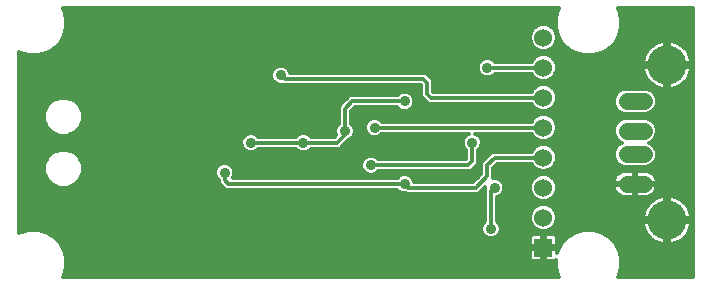
<source format=gbl>
G75*
%MOIN*%
%OFA0B0*%
%FSLAX25Y25*%
%IPPOS*%
%LPD*%
%AMOC8*
5,1,8,0,0,1.08239X$1,22.5*
%
%ADD10C,0.05740*%
%ADD11C,0.13055*%
%ADD12R,0.06000X0.06000*%
%ADD13C,0.06000*%
%ADD14C,0.03569*%
%ADD15C,0.01200*%
D10*
X0227139Y0048733D02*
X0232879Y0048733D01*
X0232879Y0058576D02*
X0227139Y0058576D01*
X0227139Y0066450D02*
X0232879Y0066450D01*
X0232879Y0076292D02*
X0227139Y0076292D01*
D11*
X0240678Y0088379D03*
X0240678Y0036647D03*
D12*
X0199428Y0027513D03*
D13*
X0199428Y0037513D03*
X0199428Y0047513D03*
X0199428Y0057513D03*
X0199428Y0067513D03*
X0199428Y0077513D03*
X0199428Y0087513D03*
X0199428Y0097513D03*
D14*
X0180678Y0087513D03*
X0153178Y0076263D03*
X0143178Y0067513D03*
X0133267Y0066351D03*
X0133178Y0066263D03*
X0119428Y0062513D03*
X0101928Y0062513D03*
X0093178Y0052513D03*
X0141928Y0055013D03*
X0153178Y0048763D03*
X0183178Y0047513D03*
X0181928Y0033763D03*
X0175678Y0062513D03*
X0111928Y0085013D03*
X0106928Y0078763D03*
D15*
X0039585Y0018306D02*
X0039185Y0017613D01*
X0204672Y0017613D01*
X0204272Y0018306D01*
X0203529Y0021078D01*
X0203529Y0023351D01*
X0203411Y0023232D01*
X0203046Y0023022D01*
X0202639Y0022913D01*
X0199828Y0022913D01*
X0199828Y0027113D01*
X0199028Y0027113D01*
X0194828Y0027113D01*
X0194828Y0024302D01*
X0194937Y0023895D01*
X0195148Y0023530D01*
X0195446Y0023232D01*
X0195811Y0023022D01*
X0196218Y0022913D01*
X0199028Y0022913D01*
X0199028Y0027113D01*
X0199028Y0027913D01*
X0194828Y0027913D01*
X0194828Y0030723D01*
X0194937Y0031130D01*
X0195148Y0031495D01*
X0195446Y0031793D01*
X0195811Y0032004D01*
X0196218Y0032113D01*
X0199028Y0032113D01*
X0199028Y0027913D01*
X0199828Y0027913D01*
X0199828Y0032113D01*
X0202639Y0032113D01*
X0203046Y0032004D01*
X0203411Y0031793D01*
X0203709Y0031495D01*
X0203919Y0031130D01*
X0204028Y0030723D01*
X0204028Y0027913D01*
X0199829Y0027913D01*
X0199829Y0027113D01*
X0204028Y0027113D01*
X0204028Y0025811D01*
X0204272Y0026720D01*
X0205707Y0029205D01*
X0207736Y0031234D01*
X0210222Y0032669D01*
X0212994Y0033412D01*
X0215863Y0033412D01*
X0218635Y0032669D01*
X0221121Y0031234D01*
X0223150Y0029205D01*
X0224585Y0026720D01*
X0225328Y0023948D01*
X0225328Y0021078D01*
X0224585Y0018306D01*
X0224185Y0017613D01*
X0249328Y0017613D01*
X0249328Y0107413D01*
X0224185Y0107413D01*
X0224585Y0106720D01*
X0225328Y0103948D01*
X0225328Y0101078D01*
X0224585Y0098306D01*
X0223150Y0095820D01*
X0221121Y0093791D01*
X0218635Y0092356D01*
X0215863Y0091614D01*
X0212994Y0091614D01*
X0210222Y0092356D01*
X0207736Y0093791D01*
X0205707Y0095820D01*
X0204272Y0098306D01*
X0203529Y0101078D01*
X0203529Y0103948D01*
X0204272Y0106720D01*
X0204672Y0107413D01*
X0039185Y0107413D01*
X0039585Y0106720D01*
X0040328Y0103948D01*
X0040328Y0101078D01*
X0039585Y0098306D01*
X0038150Y0095820D01*
X0036121Y0093791D01*
X0033635Y0092356D01*
X0030863Y0091614D01*
X0027994Y0091614D01*
X0025222Y0092356D01*
X0024528Y0092756D01*
X0024528Y0032269D01*
X0025222Y0032669D01*
X0027994Y0033412D01*
X0030863Y0033412D01*
X0033635Y0032669D01*
X0036121Y0031234D01*
X0038150Y0029205D01*
X0039585Y0026720D01*
X0040328Y0023948D01*
X0040328Y0021078D01*
X0039585Y0018306D01*
X0039638Y0018505D02*
X0204219Y0018505D01*
X0203897Y0019704D02*
X0039959Y0019704D01*
X0040281Y0020902D02*
X0203576Y0020902D01*
X0203529Y0022101D02*
X0040328Y0022101D01*
X0040328Y0023299D02*
X0195379Y0023299D01*
X0194828Y0024498D02*
X0040180Y0024498D01*
X0039859Y0025696D02*
X0194828Y0025696D01*
X0194828Y0026895D02*
X0039484Y0026895D01*
X0038792Y0028093D02*
X0194828Y0028093D01*
X0194828Y0029292D02*
X0038063Y0029292D01*
X0036865Y0030490D02*
X0194828Y0030490D01*
X0195342Y0031689D02*
X0184358Y0031689D01*
X0184628Y0031959D02*
X0183732Y0031063D01*
X0182562Y0030579D01*
X0181295Y0030579D01*
X0180125Y0031063D01*
X0179229Y0031959D01*
X0178744Y0033129D01*
X0178744Y0034396D01*
X0179229Y0035566D01*
X0179928Y0036266D01*
X0179928Y0047091D01*
X0179994Y0047157D01*
X0179994Y0047750D01*
X0178928Y0046684D01*
X0177757Y0045513D01*
X0153600Y0045513D01*
X0153534Y0045579D01*
X0152545Y0045579D01*
X0151375Y0046063D01*
X0150675Y0046763D01*
X0093600Y0046763D01*
X0092350Y0048013D01*
X0091178Y0049184D01*
X0091178Y0050010D01*
X0090479Y0050709D01*
X0089994Y0051879D01*
X0089994Y0053146D01*
X0090479Y0054316D01*
X0091375Y0055212D01*
X0092545Y0055697D01*
X0093812Y0055697D01*
X0094982Y0055212D01*
X0095878Y0054316D01*
X0096363Y0053146D01*
X0096363Y0051879D01*
X0095900Y0050763D01*
X0150675Y0050763D01*
X0151375Y0051462D01*
X0152545Y0051947D01*
X0153812Y0051947D01*
X0154982Y0051462D01*
X0155878Y0050566D01*
X0156314Y0049513D01*
X0176100Y0049513D01*
X0178678Y0052091D01*
X0178678Y0055841D01*
X0179850Y0057013D01*
X0182350Y0059513D01*
X0195494Y0059513D01*
X0195698Y0060005D01*
X0196936Y0061243D01*
X0198553Y0061913D01*
X0200304Y0061913D01*
X0201921Y0061243D01*
X0203159Y0060005D01*
X0203828Y0058388D01*
X0203828Y0056638D01*
X0203159Y0055020D01*
X0201921Y0053783D01*
X0200304Y0053113D01*
X0198553Y0053113D01*
X0196936Y0053783D01*
X0195698Y0055020D01*
X0195494Y0055513D01*
X0184007Y0055513D01*
X0182678Y0054184D01*
X0182678Y0050697D01*
X0183812Y0050697D01*
X0184982Y0050212D01*
X0185878Y0049316D01*
X0186363Y0048146D01*
X0186363Y0046879D01*
X0185878Y0045709D01*
X0184982Y0044813D01*
X0183928Y0044377D01*
X0183928Y0036266D01*
X0184628Y0035566D01*
X0185113Y0034396D01*
X0185113Y0033129D01*
X0184628Y0031959D01*
X0185012Y0032887D02*
X0211036Y0032887D01*
X0208524Y0031689D02*
X0203515Y0031689D01*
X0204028Y0030490D02*
X0206992Y0030490D01*
X0205794Y0029292D02*
X0204028Y0029292D01*
X0204028Y0028093D02*
X0205065Y0028093D01*
X0204373Y0026895D02*
X0204028Y0026895D01*
X0199828Y0026895D02*
X0199028Y0026895D01*
X0199028Y0028093D02*
X0199828Y0028093D01*
X0199828Y0029292D02*
X0199028Y0029292D01*
X0199028Y0030490D02*
X0199828Y0030490D01*
X0199828Y0031689D02*
X0199028Y0031689D01*
X0198553Y0033113D02*
X0200304Y0033113D01*
X0201921Y0033783D01*
X0203159Y0035020D01*
X0203828Y0036638D01*
X0203828Y0038388D01*
X0203159Y0040005D01*
X0201921Y0041243D01*
X0200304Y0041913D01*
X0198553Y0041913D01*
X0196936Y0041243D01*
X0195698Y0040005D01*
X0195028Y0038388D01*
X0195028Y0036638D01*
X0195698Y0035020D01*
X0196936Y0033783D01*
X0198553Y0033113D01*
X0196633Y0034086D02*
X0185113Y0034086D01*
X0184745Y0035284D02*
X0195589Y0035284D01*
X0195092Y0036483D02*
X0183928Y0036483D01*
X0179928Y0036483D02*
X0024528Y0036483D01*
X0024528Y0035284D02*
X0179112Y0035284D01*
X0178744Y0034086D02*
X0024528Y0034086D01*
X0024528Y0032887D02*
X0026036Y0032887D01*
X0032821Y0032887D02*
X0178844Y0032887D01*
X0179499Y0031689D02*
X0035333Y0031689D01*
X0024528Y0037681D02*
X0179928Y0037681D01*
X0179928Y0038880D02*
X0024528Y0038880D01*
X0024528Y0040079D02*
X0179928Y0040079D01*
X0179928Y0041277D02*
X0024528Y0041277D01*
X0024528Y0042476D02*
X0179928Y0042476D01*
X0179928Y0043674D02*
X0024528Y0043674D01*
X0024528Y0044873D02*
X0179928Y0044873D01*
X0179928Y0046071D02*
X0178315Y0046071D01*
X0179514Y0047270D02*
X0179994Y0047270D01*
X0181928Y0046263D02*
X0183178Y0047513D01*
X0181928Y0046263D02*
X0181928Y0033763D01*
X0183928Y0037681D02*
X0195028Y0037681D01*
X0195232Y0038880D02*
X0183928Y0038880D01*
X0183928Y0040079D02*
X0195772Y0040079D01*
X0197018Y0041277D02*
X0183928Y0041277D01*
X0183928Y0042476D02*
X0235013Y0042476D01*
X0235308Y0042770D02*
X0234555Y0042017D01*
X0233906Y0041172D01*
X0233373Y0040249D01*
X0232966Y0039265D01*
X0232690Y0038236D01*
X0232560Y0037247D01*
X0240078Y0037247D01*
X0240078Y0036047D01*
X0232560Y0036047D01*
X0232690Y0035058D01*
X0232966Y0034028D01*
X0233373Y0033044D01*
X0233906Y0032121D01*
X0234555Y0031276D01*
X0235308Y0030523D01*
X0236153Y0029874D01*
X0237076Y0029342D01*
X0238060Y0028934D01*
X0239089Y0028658D01*
X0240078Y0028528D01*
X0240078Y0036047D01*
X0241278Y0036047D01*
X0241278Y0028528D01*
X0242267Y0028658D01*
X0243297Y0028934D01*
X0244281Y0029342D01*
X0245204Y0029874D01*
X0246049Y0030523D01*
X0246802Y0031276D01*
X0247451Y0032121D01*
X0247983Y0033044D01*
X0248391Y0034028D01*
X0248667Y0035058D01*
X0248797Y0036047D01*
X0241279Y0036047D01*
X0241279Y0037247D01*
X0248797Y0037247D01*
X0248667Y0038236D01*
X0248391Y0039265D01*
X0247983Y0040249D01*
X0247451Y0041172D01*
X0246802Y0042017D01*
X0246049Y0042770D01*
X0245204Y0043419D01*
X0244281Y0043952D01*
X0243297Y0044359D01*
X0242267Y0044635D01*
X0241278Y0044765D01*
X0241278Y0037247D01*
X0240078Y0037247D01*
X0240078Y0044765D01*
X0239089Y0044635D01*
X0238060Y0044359D01*
X0237076Y0043952D01*
X0236153Y0043419D01*
X0235308Y0042770D01*
X0236595Y0043674D02*
X0201659Y0043674D01*
X0201921Y0043783D02*
X0203159Y0045020D01*
X0203828Y0046638D01*
X0203828Y0048388D01*
X0203159Y0050005D01*
X0201921Y0051243D01*
X0200304Y0051913D01*
X0198553Y0051913D01*
X0196936Y0051243D01*
X0195698Y0050005D01*
X0195028Y0048388D01*
X0195028Y0046638D01*
X0195698Y0045020D01*
X0196936Y0043783D01*
X0198553Y0043113D01*
X0200304Y0043113D01*
X0201921Y0043783D01*
X0203011Y0044873D02*
X0224870Y0044873D01*
X0224796Y0044910D02*
X0225423Y0044591D01*
X0226092Y0044373D01*
X0226787Y0044263D01*
X0229674Y0044263D01*
X0229674Y0048398D01*
X0230344Y0048398D01*
X0230344Y0044263D01*
X0233231Y0044263D01*
X0233926Y0044373D01*
X0234595Y0044591D01*
X0235222Y0044910D01*
X0235791Y0045324D01*
X0236289Y0045821D01*
X0236702Y0046390D01*
X0237022Y0047017D01*
X0237239Y0047686D01*
X0237349Y0048381D01*
X0237349Y0048398D01*
X0230344Y0048398D01*
X0230344Y0049068D01*
X0237349Y0049068D01*
X0237349Y0049085D01*
X0237239Y0049780D01*
X0237022Y0050449D01*
X0236702Y0051076D01*
X0236289Y0051645D01*
X0235791Y0052143D01*
X0235222Y0052556D01*
X0234595Y0052876D01*
X0233926Y0053093D01*
X0233231Y0053203D01*
X0230344Y0053203D01*
X0230344Y0049068D01*
X0229674Y0049068D01*
X0229674Y0048398D01*
X0222669Y0048398D01*
X0222669Y0048381D01*
X0222779Y0047686D01*
X0222997Y0047017D01*
X0223316Y0046390D01*
X0223730Y0045821D01*
X0224227Y0045324D01*
X0224796Y0044910D01*
X0223548Y0046071D02*
X0203594Y0046071D01*
X0203828Y0047270D02*
X0222915Y0047270D01*
X0222669Y0049068D02*
X0229674Y0049068D01*
X0229674Y0053203D01*
X0226787Y0053203D01*
X0226092Y0053093D01*
X0225423Y0052876D01*
X0224796Y0052556D01*
X0224227Y0052143D01*
X0223730Y0051645D01*
X0223316Y0051076D01*
X0222997Y0050449D01*
X0222779Y0049780D01*
X0222669Y0049085D01*
X0222669Y0049068D01*
X0222761Y0049667D02*
X0203299Y0049667D01*
X0203795Y0048468D02*
X0229674Y0048468D01*
X0230344Y0048468D02*
X0249328Y0048468D01*
X0249328Y0047270D02*
X0237104Y0047270D01*
X0236470Y0046071D02*
X0249328Y0046071D01*
X0249328Y0044873D02*
X0235148Y0044873D01*
X0230344Y0044873D02*
X0229674Y0044873D01*
X0229674Y0046071D02*
X0230344Y0046071D01*
X0230344Y0047270D02*
X0229674Y0047270D01*
X0229674Y0049667D02*
X0230344Y0049667D01*
X0230344Y0050865D02*
X0229674Y0050865D01*
X0229674Y0052064D02*
X0230344Y0052064D01*
X0233729Y0054306D02*
X0226290Y0054306D01*
X0224720Y0054956D01*
X0223519Y0056157D01*
X0222869Y0057726D01*
X0222869Y0059425D01*
X0223519Y0060995D01*
X0224720Y0062196D01*
X0225486Y0062513D01*
X0224720Y0062830D01*
X0223519Y0064031D01*
X0222869Y0065600D01*
X0222869Y0067299D01*
X0223519Y0068869D01*
X0224720Y0070070D01*
X0226290Y0070720D01*
X0233729Y0070720D01*
X0235298Y0070070D01*
X0236499Y0068869D01*
X0237149Y0067299D01*
X0237149Y0065600D01*
X0236499Y0064031D01*
X0235298Y0062830D01*
X0234533Y0062513D01*
X0235298Y0062196D01*
X0236499Y0060995D01*
X0237149Y0059425D01*
X0237149Y0057726D01*
X0236499Y0056157D01*
X0235298Y0054956D01*
X0233729Y0054306D01*
X0234103Y0054461D02*
X0249328Y0054461D01*
X0249328Y0055659D02*
X0236001Y0055659D01*
X0236789Y0056858D02*
X0249328Y0056858D01*
X0249328Y0058056D02*
X0237149Y0058056D01*
X0237149Y0059255D02*
X0249328Y0059255D01*
X0249328Y0060453D02*
X0236723Y0060453D01*
X0235842Y0061652D02*
X0249328Y0061652D01*
X0249328Y0062850D02*
X0235319Y0062850D01*
X0236507Y0064049D02*
X0249328Y0064049D01*
X0249328Y0065247D02*
X0237003Y0065247D01*
X0237149Y0066446D02*
X0249328Y0066446D01*
X0249328Y0067644D02*
X0237006Y0067644D01*
X0236510Y0068843D02*
X0249328Y0068843D01*
X0249328Y0070041D02*
X0235327Y0070041D01*
X0234733Y0072438D02*
X0249328Y0072438D01*
X0249328Y0071240D02*
X0201924Y0071240D01*
X0201921Y0071243D02*
X0200304Y0071913D01*
X0198553Y0071913D01*
X0196936Y0071243D01*
X0195698Y0070005D01*
X0195494Y0069513D01*
X0145682Y0069513D01*
X0144982Y0070212D01*
X0143812Y0070697D01*
X0142545Y0070697D01*
X0141375Y0070212D01*
X0140479Y0069316D01*
X0139994Y0068146D01*
X0139994Y0066879D01*
X0140479Y0065709D01*
X0141375Y0064813D01*
X0142545Y0064329D01*
X0143812Y0064329D01*
X0144982Y0064813D01*
X0145682Y0065513D01*
X0174600Y0065513D01*
X0173875Y0065212D01*
X0172979Y0064316D01*
X0172494Y0063146D01*
X0172494Y0061879D01*
X0172979Y0060709D01*
X0173678Y0060010D01*
X0173678Y0057091D01*
X0173600Y0057013D01*
X0144432Y0057013D01*
X0143732Y0057712D01*
X0142562Y0058197D01*
X0141295Y0058197D01*
X0140125Y0057712D01*
X0139229Y0056816D01*
X0138744Y0055646D01*
X0138744Y0054379D01*
X0139229Y0053209D01*
X0140125Y0052313D01*
X0141295Y0051829D01*
X0142562Y0051829D01*
X0143732Y0052313D01*
X0144432Y0053013D01*
X0173600Y0053013D01*
X0175257Y0053013D01*
X0176507Y0054263D01*
X0177678Y0055434D01*
X0177678Y0060010D01*
X0178378Y0060709D01*
X0178863Y0061879D01*
X0178863Y0063146D01*
X0178378Y0064316D01*
X0177482Y0065212D01*
X0176757Y0065513D01*
X0195494Y0065513D01*
X0195698Y0065020D01*
X0196936Y0063783D01*
X0198553Y0063113D01*
X0200304Y0063113D01*
X0201921Y0063783D01*
X0203159Y0065020D01*
X0203828Y0066638D01*
X0203828Y0068388D01*
X0203159Y0070005D01*
X0201921Y0071243D01*
X0203122Y0070041D02*
X0224692Y0070041D01*
X0223508Y0068843D02*
X0203640Y0068843D01*
X0203828Y0067644D02*
X0223012Y0067644D01*
X0222869Y0066446D02*
X0203749Y0066446D01*
X0203253Y0065247D02*
X0223015Y0065247D01*
X0223512Y0064049D02*
X0202187Y0064049D01*
X0200934Y0061652D02*
X0224176Y0061652D01*
X0224700Y0062850D02*
X0178863Y0062850D01*
X0178768Y0061652D02*
X0197923Y0061652D01*
X0196146Y0060453D02*
X0178122Y0060453D01*
X0177678Y0059255D02*
X0182092Y0059255D01*
X0180893Y0058056D02*
X0177678Y0058056D01*
X0177678Y0056858D02*
X0179695Y0056858D01*
X0178678Y0055659D02*
X0177678Y0055659D01*
X0176705Y0054461D02*
X0178678Y0054461D01*
X0178678Y0053262D02*
X0175506Y0053262D01*
X0178651Y0052064D02*
X0143130Y0052064D01*
X0140727Y0052064D02*
X0096363Y0052064D01*
X0096315Y0053262D02*
X0139207Y0053262D01*
X0138744Y0054461D02*
X0095734Y0054461D01*
X0093903Y0055659D02*
X0138750Y0055659D01*
X0139270Y0056858D02*
X0045080Y0056858D01*
X0044830Y0057461D02*
X0043038Y0059253D01*
X0040696Y0060223D01*
X0038161Y0060223D01*
X0035819Y0059253D01*
X0034027Y0057461D01*
X0033057Y0055119D01*
X0033057Y0052584D01*
X0034027Y0050242D01*
X0035819Y0048450D01*
X0038161Y0047480D01*
X0040696Y0047480D01*
X0043038Y0048450D01*
X0044830Y0050242D01*
X0045800Y0052584D01*
X0045800Y0055119D01*
X0044830Y0057461D01*
X0044234Y0058056D02*
X0140955Y0058056D01*
X0142902Y0058056D02*
X0173678Y0058056D01*
X0173678Y0059255D02*
X0043034Y0059255D01*
X0045576Y0055659D02*
X0092454Y0055659D01*
X0090623Y0054461D02*
X0045800Y0054461D01*
X0045800Y0053262D02*
X0090042Y0053262D01*
X0089994Y0052064D02*
X0045585Y0052064D01*
X0045088Y0050865D02*
X0090414Y0050865D01*
X0091178Y0049667D02*
X0044255Y0049667D01*
X0043056Y0048468D02*
X0091895Y0048468D01*
X0093093Y0047270D02*
X0024528Y0047270D01*
X0024528Y0048468D02*
X0035801Y0048468D01*
X0034602Y0049667D02*
X0024528Y0049667D01*
X0024528Y0050865D02*
X0033769Y0050865D01*
X0033272Y0052064D02*
X0024528Y0052064D01*
X0024528Y0053262D02*
X0033057Y0053262D01*
X0033057Y0054461D02*
X0024528Y0054461D01*
X0024528Y0055659D02*
X0033281Y0055659D01*
X0033777Y0056858D02*
X0024528Y0056858D01*
X0024528Y0058056D02*
X0034622Y0058056D01*
X0035823Y0059255D02*
X0024528Y0059255D01*
X0024528Y0060453D02*
X0099485Y0060453D01*
X0099229Y0060709D02*
X0100125Y0059813D01*
X0101295Y0059329D01*
X0102562Y0059329D01*
X0103732Y0059813D01*
X0104432Y0060513D01*
X0116925Y0060513D01*
X0117625Y0059813D01*
X0118795Y0059329D01*
X0120062Y0059329D01*
X0121232Y0059813D01*
X0121932Y0060513D01*
X0131507Y0060513D01*
X0134257Y0063263D01*
X0134982Y0063563D01*
X0135071Y0063652D01*
X0135967Y0064548D01*
X0136451Y0065718D01*
X0136451Y0066985D01*
X0135967Y0068155D01*
X0135267Y0068855D01*
X0135267Y0072934D01*
X0136595Y0074263D01*
X0150675Y0074263D01*
X0151375Y0073563D01*
X0152545Y0073079D01*
X0153812Y0073079D01*
X0154982Y0073563D01*
X0155878Y0074459D01*
X0156363Y0075629D01*
X0156363Y0076896D01*
X0155878Y0078066D01*
X0154982Y0078962D01*
X0153812Y0079447D01*
X0152545Y0079447D01*
X0151375Y0078962D01*
X0150675Y0078263D01*
X0134939Y0078263D01*
X0132439Y0075763D01*
X0131267Y0074591D01*
X0131267Y0068855D01*
X0130568Y0068155D01*
X0130479Y0068066D01*
X0129994Y0066896D01*
X0129994Y0065629D01*
X0130279Y0064942D01*
X0129850Y0064513D01*
X0121932Y0064513D01*
X0121232Y0065212D01*
X0120062Y0065697D01*
X0118795Y0065697D01*
X0117625Y0065212D01*
X0116925Y0064513D01*
X0104432Y0064513D01*
X0103732Y0065212D01*
X0102562Y0065697D01*
X0101295Y0065697D01*
X0100125Y0065212D01*
X0099229Y0064316D01*
X0098744Y0063146D01*
X0098744Y0061879D01*
X0099229Y0060709D01*
X0098838Y0061652D02*
X0024528Y0061652D01*
X0024528Y0062850D02*
X0098744Y0062850D01*
X0099118Y0064049D02*
X0024528Y0064049D01*
X0024528Y0065247D02*
X0037087Y0065247D01*
X0038161Y0064803D02*
X0040696Y0064803D01*
X0043038Y0065773D01*
X0044830Y0067565D01*
X0045800Y0069907D01*
X0045800Y0072442D01*
X0044830Y0074783D01*
X0043038Y0076576D01*
X0040696Y0077546D01*
X0038161Y0077546D01*
X0035819Y0076576D01*
X0034027Y0074783D01*
X0033057Y0072442D01*
X0033057Y0069907D01*
X0034027Y0067565D01*
X0035819Y0065773D01*
X0038161Y0064803D01*
X0041770Y0065247D02*
X0100209Y0065247D01*
X0103648Y0065247D02*
X0117709Y0065247D01*
X0121148Y0065247D02*
X0130152Y0065247D01*
X0129994Y0066446D02*
X0043711Y0066446D01*
X0044863Y0067644D02*
X0130304Y0067644D01*
X0130568Y0068155D02*
X0130568Y0068155D01*
X0131255Y0068843D02*
X0045359Y0068843D01*
X0045800Y0070041D02*
X0131267Y0070041D01*
X0131267Y0071240D02*
X0045800Y0071240D01*
X0045800Y0072438D02*
X0131267Y0072438D01*
X0131267Y0073637D02*
X0045305Y0073637D01*
X0044778Y0074835D02*
X0131511Y0074835D01*
X0132710Y0076034D02*
X0043580Y0076034D01*
X0041453Y0077232D02*
X0133908Y0077232D01*
X0135767Y0076263D02*
X0133267Y0073763D01*
X0133267Y0066351D01*
X0133267Y0065101D01*
X0130678Y0062513D01*
X0119428Y0062513D01*
X0101928Y0062513D01*
X0104372Y0060453D02*
X0116985Y0060453D01*
X0121872Y0060453D02*
X0173235Y0060453D01*
X0172588Y0061652D02*
X0132646Y0061652D01*
X0133844Y0062850D02*
X0172494Y0062850D01*
X0172868Y0064049D02*
X0135468Y0064049D01*
X0135071Y0063652D02*
X0135071Y0063652D01*
X0136256Y0065247D02*
X0140941Y0065247D01*
X0140174Y0066446D02*
X0136451Y0066446D01*
X0136178Y0067644D02*
X0139994Y0067644D01*
X0140283Y0068843D02*
X0135279Y0068843D01*
X0135267Y0070041D02*
X0141204Y0070041D01*
X0143178Y0067513D02*
X0199428Y0067513D01*
X0195604Y0065247D02*
X0177398Y0065247D01*
X0178489Y0064049D02*
X0196670Y0064049D01*
X0202711Y0060453D02*
X0223295Y0060453D01*
X0222869Y0059255D02*
X0203469Y0059255D01*
X0203828Y0058056D02*
X0222869Y0058056D01*
X0223229Y0056858D02*
X0203828Y0056858D01*
X0203423Y0055659D02*
X0224017Y0055659D01*
X0225916Y0054461D02*
X0202599Y0054461D01*
X0200664Y0053262D02*
X0249328Y0053262D01*
X0249328Y0052064D02*
X0235870Y0052064D01*
X0236810Y0050865D02*
X0249328Y0050865D01*
X0249328Y0049667D02*
X0237257Y0049667D01*
X0224148Y0052064D02*
X0182678Y0052064D01*
X0182678Y0053262D02*
X0198193Y0053262D01*
X0196258Y0054461D02*
X0182955Y0054461D01*
X0180678Y0055013D02*
X0180678Y0051263D01*
X0176928Y0047513D01*
X0154428Y0047513D01*
X0153178Y0048763D01*
X0094428Y0048763D01*
X0093178Y0050013D01*
X0093178Y0052513D01*
X0095943Y0050865D02*
X0150778Y0050865D01*
X0155579Y0050865D02*
X0177452Y0050865D01*
X0176254Y0049667D02*
X0156251Y0049667D01*
X0151367Y0046071D02*
X0024528Y0046071D01*
X0024528Y0066446D02*
X0035146Y0066446D01*
X0033994Y0067644D02*
X0024528Y0067644D01*
X0024528Y0068843D02*
X0033498Y0068843D01*
X0033057Y0070041D02*
X0024528Y0070041D01*
X0024528Y0071240D02*
X0033057Y0071240D01*
X0033057Y0072438D02*
X0024528Y0072438D01*
X0024528Y0073637D02*
X0033552Y0073637D01*
X0034079Y0074835D02*
X0024528Y0074835D01*
X0024528Y0076034D02*
X0035277Y0076034D01*
X0037404Y0077232D02*
X0024528Y0077232D01*
X0024528Y0078431D02*
X0150843Y0078431D01*
X0155514Y0078431D02*
X0158678Y0078431D01*
X0158678Y0077934D02*
X0159850Y0076763D01*
X0161100Y0075513D01*
X0195494Y0075513D01*
X0195698Y0075020D01*
X0196936Y0073783D01*
X0198553Y0073113D01*
X0200304Y0073113D01*
X0201921Y0073783D01*
X0203159Y0075020D01*
X0203828Y0076638D01*
X0203828Y0078388D01*
X0203159Y0080005D01*
X0201921Y0081243D01*
X0200304Y0081913D01*
X0198553Y0081913D01*
X0196936Y0081243D01*
X0195698Y0080005D01*
X0195494Y0079513D01*
X0162757Y0079513D01*
X0162678Y0079591D01*
X0162678Y0083341D01*
X0161428Y0084591D01*
X0160257Y0085763D01*
X0115064Y0085763D01*
X0114628Y0086816D01*
X0113732Y0087712D01*
X0112562Y0088197D01*
X0111295Y0088197D01*
X0110125Y0087712D01*
X0109229Y0086816D01*
X0108744Y0085646D01*
X0108744Y0084379D01*
X0109229Y0083209D01*
X0110125Y0082313D01*
X0111295Y0081829D01*
X0112284Y0081829D01*
X0112350Y0081763D01*
X0158600Y0081763D01*
X0158678Y0081684D01*
X0158678Y0077934D01*
X0159380Y0077232D02*
X0156223Y0077232D01*
X0156363Y0076034D02*
X0160579Y0076034D01*
X0161928Y0077513D02*
X0160678Y0078763D01*
X0160678Y0082513D01*
X0159428Y0083763D01*
X0113178Y0083763D01*
X0111928Y0085013D01*
X0108744Y0084423D02*
X0024528Y0084423D01*
X0024528Y0083225D02*
X0109222Y0083225D01*
X0110817Y0082026D02*
X0024528Y0082026D01*
X0024528Y0080828D02*
X0158678Y0080828D01*
X0158678Y0079629D02*
X0024528Y0079629D01*
X0024528Y0085622D02*
X0108744Y0085622D01*
X0109233Y0086820D02*
X0024528Y0086820D01*
X0024528Y0088019D02*
X0110865Y0088019D01*
X0112992Y0088019D02*
X0177494Y0088019D01*
X0177494Y0088146D02*
X0177494Y0086879D01*
X0177979Y0085709D01*
X0178875Y0084813D01*
X0180045Y0084329D01*
X0181312Y0084329D01*
X0182482Y0084813D01*
X0183182Y0085513D01*
X0195494Y0085513D01*
X0195698Y0085020D01*
X0196936Y0083783D01*
X0198553Y0083113D01*
X0200304Y0083113D01*
X0201921Y0083783D01*
X0203159Y0085020D01*
X0203828Y0086638D01*
X0203828Y0088388D01*
X0203159Y0090005D01*
X0201921Y0091243D01*
X0200304Y0091913D01*
X0198553Y0091913D01*
X0196936Y0091243D01*
X0195698Y0090005D01*
X0195494Y0089513D01*
X0183182Y0089513D01*
X0182482Y0090212D01*
X0181312Y0090697D01*
X0180045Y0090697D01*
X0178875Y0090212D01*
X0177979Y0089316D01*
X0177494Y0088146D01*
X0177938Y0089217D02*
X0024528Y0089217D01*
X0024528Y0090416D02*
X0179367Y0090416D01*
X0181990Y0090416D02*
X0196109Y0090416D01*
X0197833Y0091615D02*
X0030867Y0091615D01*
X0027990Y0091615D02*
X0024528Y0091615D01*
X0034426Y0092813D02*
X0209430Y0092813D01*
X0207516Y0094012D02*
X0202150Y0094012D01*
X0201921Y0093783D02*
X0203159Y0095020D01*
X0203828Y0096638D01*
X0203828Y0098388D01*
X0203159Y0100005D01*
X0201921Y0101243D01*
X0200304Y0101913D01*
X0198553Y0101913D01*
X0196936Y0101243D01*
X0195698Y0100005D01*
X0195028Y0098388D01*
X0195028Y0096638D01*
X0195698Y0095020D01*
X0196936Y0093783D01*
X0198553Y0093113D01*
X0200304Y0093113D01*
X0201921Y0093783D01*
X0203237Y0095210D02*
X0206317Y0095210D01*
X0205367Y0096409D02*
X0203734Y0096409D01*
X0203828Y0097607D02*
X0204675Y0097607D01*
X0204138Y0098806D02*
X0203655Y0098806D01*
X0203817Y0100004D02*
X0203159Y0100004D01*
X0203529Y0101203D02*
X0201961Y0101203D01*
X0203529Y0102401D02*
X0040328Y0102401D01*
X0040328Y0101203D02*
X0196896Y0101203D01*
X0195698Y0100004D02*
X0040040Y0100004D01*
X0039719Y0098806D02*
X0195201Y0098806D01*
X0195028Y0097607D02*
X0039181Y0097607D01*
X0038490Y0096409D02*
X0195123Y0096409D01*
X0195620Y0095210D02*
X0037540Y0095210D01*
X0036341Y0094012D02*
X0196707Y0094012D01*
X0201024Y0091615D02*
X0212990Y0091615D01*
X0215867Y0091615D02*
X0233221Y0091615D01*
X0233373Y0091981D02*
X0232966Y0090997D01*
X0232690Y0089968D01*
X0232560Y0088979D01*
X0240078Y0088979D01*
X0240078Y0087779D01*
X0232560Y0087779D01*
X0232690Y0086790D01*
X0232966Y0085761D01*
X0233373Y0084776D01*
X0233906Y0083854D01*
X0234555Y0083009D01*
X0235308Y0082255D01*
X0236153Y0081607D01*
X0237076Y0081074D01*
X0238060Y0080666D01*
X0239089Y0080390D01*
X0240078Y0080260D01*
X0240078Y0087779D01*
X0241278Y0087779D01*
X0241278Y0080260D01*
X0242267Y0080390D01*
X0243297Y0080666D01*
X0244281Y0081074D01*
X0245204Y0081607D01*
X0246049Y0082255D01*
X0246802Y0083009D01*
X0247451Y0083854D01*
X0247983Y0084776D01*
X0248391Y0085761D01*
X0248667Y0086790D01*
X0248797Y0087779D01*
X0241279Y0087779D01*
X0241279Y0088979D01*
X0248797Y0088979D01*
X0248667Y0089968D01*
X0248391Y0090997D01*
X0247983Y0091981D01*
X0247451Y0092904D01*
X0246802Y0093749D01*
X0246049Y0094503D01*
X0245204Y0095151D01*
X0244281Y0095684D01*
X0243297Y0096092D01*
X0242267Y0096367D01*
X0241278Y0096498D01*
X0241278Y0088979D01*
X0240078Y0088979D01*
X0240078Y0096498D01*
X0239089Y0096367D01*
X0238060Y0096092D01*
X0237076Y0095684D01*
X0236153Y0095151D01*
X0235308Y0094503D01*
X0234555Y0093749D01*
X0233906Y0092904D01*
X0233373Y0091981D01*
X0233854Y0092813D02*
X0219426Y0092813D01*
X0221341Y0094012D02*
X0234817Y0094012D01*
X0236255Y0095210D02*
X0222540Y0095210D01*
X0223490Y0096409D02*
X0239402Y0096409D01*
X0240078Y0096409D02*
X0241278Y0096409D01*
X0241955Y0096409D02*
X0249328Y0096409D01*
X0249328Y0097607D02*
X0224181Y0097607D01*
X0224719Y0098806D02*
X0249328Y0098806D01*
X0249328Y0100004D02*
X0225040Y0100004D01*
X0225328Y0101203D02*
X0249328Y0101203D01*
X0249328Y0102401D02*
X0225328Y0102401D01*
X0225328Y0103600D02*
X0249328Y0103600D01*
X0249328Y0104798D02*
X0225100Y0104798D01*
X0224779Y0105997D02*
X0249328Y0105997D01*
X0249328Y0107195D02*
X0224310Y0107195D01*
X0204547Y0107195D02*
X0039310Y0107195D01*
X0039779Y0105997D02*
X0204078Y0105997D01*
X0203757Y0104798D02*
X0040100Y0104798D01*
X0040328Y0103600D02*
X0203529Y0103600D01*
X0202748Y0090416D02*
X0232810Y0090416D01*
X0232591Y0089217D02*
X0203485Y0089217D01*
X0203828Y0088019D02*
X0240078Y0088019D01*
X0240078Y0089217D02*
X0241278Y0089217D01*
X0241279Y0088019D02*
X0249328Y0088019D01*
X0249328Y0089217D02*
X0248766Y0089217D01*
X0248547Y0090416D02*
X0249328Y0090416D01*
X0249328Y0091615D02*
X0248135Y0091615D01*
X0247503Y0092813D02*
X0249328Y0092813D01*
X0249328Y0094012D02*
X0246540Y0094012D01*
X0245102Y0095210D02*
X0249328Y0095210D01*
X0241278Y0095210D02*
X0240078Y0095210D01*
X0240078Y0094012D02*
X0241278Y0094012D01*
X0241278Y0092813D02*
X0240078Y0092813D01*
X0240078Y0091615D02*
X0241278Y0091615D01*
X0241278Y0090416D02*
X0240078Y0090416D01*
X0240078Y0086820D02*
X0241278Y0086820D01*
X0241278Y0085622D02*
X0240078Y0085622D01*
X0240078Y0084423D02*
X0241278Y0084423D01*
X0241278Y0083225D02*
X0240078Y0083225D01*
X0240078Y0082026D02*
X0241278Y0082026D01*
X0241278Y0080828D02*
X0240078Y0080828D01*
X0237670Y0080828D02*
X0202336Y0080828D01*
X0203314Y0079629D02*
X0224437Y0079629D01*
X0224720Y0079912D02*
X0223519Y0078711D01*
X0222869Y0077142D01*
X0222869Y0075443D01*
X0223519Y0073873D01*
X0224720Y0072672D01*
X0226290Y0072022D01*
X0233729Y0072022D01*
X0235298Y0072672D01*
X0236499Y0073873D01*
X0237149Y0075443D01*
X0237149Y0077142D01*
X0236499Y0078711D01*
X0235298Y0079912D01*
X0233729Y0080562D01*
X0226290Y0080562D01*
X0224720Y0079912D01*
X0223403Y0078431D02*
X0203811Y0078431D01*
X0203828Y0077232D02*
X0222907Y0077232D01*
X0222869Y0076034D02*
X0203578Y0076034D01*
X0202974Y0074835D02*
X0223121Y0074835D01*
X0223756Y0073637D02*
X0201569Y0073637D01*
X0197288Y0073637D02*
X0155056Y0073637D01*
X0156034Y0074835D02*
X0195883Y0074835D01*
X0199428Y0077513D02*
X0161928Y0077513D01*
X0162678Y0079629D02*
X0195543Y0079629D01*
X0196521Y0080828D02*
X0162678Y0080828D01*
X0162678Y0082026D02*
X0235606Y0082026D01*
X0234389Y0083225D02*
X0200574Y0083225D01*
X0198282Y0083225D02*
X0162678Y0083225D01*
X0161596Y0084423D02*
X0179816Y0084423D01*
X0181541Y0084423D02*
X0196295Y0084423D01*
X0202562Y0084423D02*
X0233577Y0084423D01*
X0233023Y0085622D02*
X0203408Y0085622D01*
X0203828Y0086820D02*
X0232686Y0086820D01*
X0245751Y0082026D02*
X0249328Y0082026D01*
X0249328Y0080828D02*
X0243687Y0080828D01*
X0246968Y0083225D02*
X0249328Y0083225D01*
X0249328Y0084423D02*
X0247780Y0084423D01*
X0248334Y0085622D02*
X0249328Y0085622D01*
X0249328Y0086820D02*
X0248671Y0086820D01*
X0249328Y0079629D02*
X0235581Y0079629D01*
X0236615Y0078431D02*
X0249328Y0078431D01*
X0249328Y0077232D02*
X0237112Y0077232D01*
X0237149Y0076034D02*
X0249328Y0076034D01*
X0249328Y0074835D02*
X0236898Y0074835D01*
X0236263Y0073637D02*
X0249328Y0073637D01*
X0225285Y0072438D02*
X0135267Y0072438D01*
X0135267Y0071240D02*
X0196933Y0071240D01*
X0195734Y0070041D02*
X0145153Y0070041D01*
X0151301Y0073637D02*
X0135970Y0073637D01*
X0135767Y0076263D02*
X0153178Y0076263D01*
X0160398Y0085622D02*
X0178066Y0085622D01*
X0177519Y0086820D02*
X0114624Y0086820D01*
X0145416Y0065247D02*
X0173959Y0065247D01*
X0175678Y0062513D02*
X0175678Y0056263D01*
X0174428Y0055013D01*
X0141928Y0055013D01*
X0180678Y0055013D02*
X0183178Y0057513D01*
X0199428Y0057513D01*
X0196558Y0050865D02*
X0182678Y0050865D01*
X0185528Y0049667D02*
X0195558Y0049667D01*
X0195062Y0048468D02*
X0186229Y0048468D01*
X0186363Y0047270D02*
X0195028Y0047270D01*
X0195263Y0046071D02*
X0186028Y0046071D01*
X0185041Y0044873D02*
X0195846Y0044873D01*
X0197198Y0043674D02*
X0183928Y0043674D01*
X0201838Y0041277D02*
X0233987Y0041277D01*
X0233303Y0040079D02*
X0203085Y0040079D01*
X0203625Y0038880D02*
X0232863Y0038880D01*
X0232617Y0037681D02*
X0203828Y0037681D01*
X0203764Y0036483D02*
X0240078Y0036483D01*
X0240078Y0035284D02*
X0241278Y0035284D01*
X0241278Y0034086D02*
X0240078Y0034086D01*
X0240078Y0032887D02*
X0241278Y0032887D01*
X0241278Y0031689D02*
X0240078Y0031689D01*
X0240078Y0030490D02*
X0241278Y0030490D01*
X0241278Y0029292D02*
X0240078Y0029292D01*
X0237196Y0029292D02*
X0223063Y0029292D01*
X0223792Y0028093D02*
X0249328Y0028093D01*
X0249328Y0026895D02*
X0224484Y0026895D01*
X0224859Y0025696D02*
X0249328Y0025696D01*
X0249328Y0024498D02*
X0225180Y0024498D01*
X0225328Y0023299D02*
X0249328Y0023299D01*
X0249328Y0022101D02*
X0225328Y0022101D01*
X0225281Y0020902D02*
X0249328Y0020902D01*
X0249328Y0019704D02*
X0224959Y0019704D01*
X0224638Y0018505D02*
X0249328Y0018505D01*
X0249328Y0029292D02*
X0244161Y0029292D01*
X0246007Y0030490D02*
X0249328Y0030490D01*
X0249328Y0031689D02*
X0247119Y0031689D01*
X0247893Y0032887D02*
X0249328Y0032887D01*
X0249328Y0034086D02*
X0248407Y0034086D01*
X0248697Y0035284D02*
X0249328Y0035284D01*
X0249328Y0036483D02*
X0241279Y0036483D01*
X0241278Y0037681D02*
X0240078Y0037681D01*
X0240078Y0038880D02*
X0241278Y0038880D01*
X0241278Y0040079D02*
X0240078Y0040079D01*
X0240078Y0041277D02*
X0241278Y0041277D01*
X0241278Y0042476D02*
X0240078Y0042476D01*
X0240078Y0043674D02*
X0241278Y0043674D01*
X0244762Y0043674D02*
X0249328Y0043674D01*
X0249328Y0042476D02*
X0246344Y0042476D01*
X0247370Y0041277D02*
X0249328Y0041277D01*
X0249328Y0040079D02*
X0248054Y0040079D01*
X0248494Y0038880D02*
X0249328Y0038880D01*
X0249328Y0037681D02*
X0248740Y0037681D01*
X0233464Y0032887D02*
X0217821Y0032887D01*
X0220333Y0031689D02*
X0234238Y0031689D01*
X0235350Y0030490D02*
X0221865Y0030490D01*
X0232950Y0034086D02*
X0202224Y0034086D01*
X0203268Y0035284D02*
X0232660Y0035284D01*
X0203529Y0023299D02*
X0203478Y0023299D01*
X0199828Y0023299D02*
X0199028Y0023299D01*
X0199028Y0024498D02*
X0199828Y0024498D01*
X0199828Y0025696D02*
X0199028Y0025696D01*
X0202299Y0050865D02*
X0223208Y0050865D01*
X0199428Y0087513D02*
X0180678Y0087513D01*
M02*

</source>
